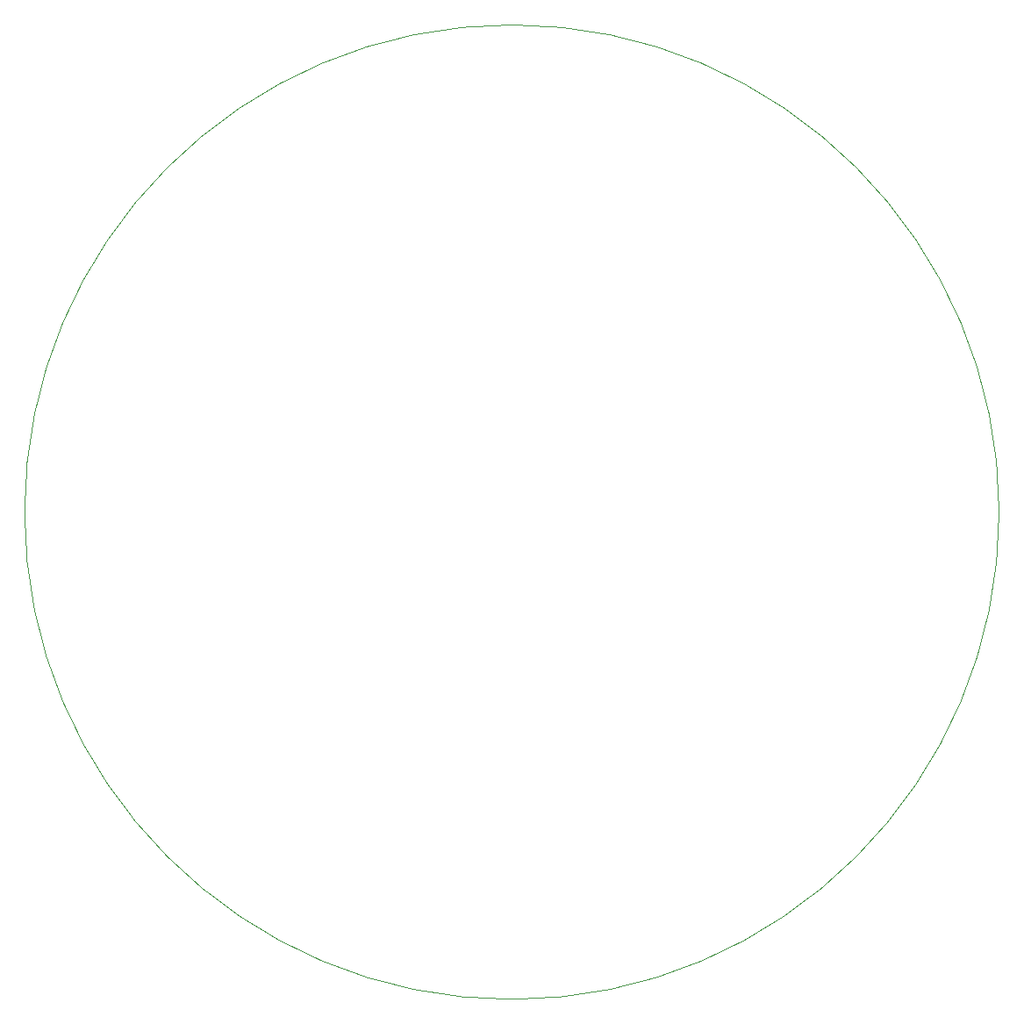
<source format=gm1>
%TF.GenerationSoftware,KiCad,Pcbnew,8.0.7-8.0.7-0~ubuntu22.04.1*%
%TF.CreationDate,2025-04-11T11:52:53+01:00*%
%TF.ProjectId,ratrace_coupler,72617472-6163-4655-9f63-6f75706c6572,rev?*%
%TF.SameCoordinates,Original*%
%TF.FileFunction,Profile,NP*%
%FSLAX46Y46*%
G04 Gerber Fmt 4.6, Leading zero omitted, Abs format (unit mm)*
G04 Created by KiCad (PCBNEW 8.0.7-8.0.7-0~ubuntu22.04.1) date 2025-04-11 11:52:53*
%MOMM*%
%LPD*%
G01*
G04 APERTURE LIST*
%TA.AperFunction,Profile*%
%ADD10C,0.050000*%
%TD*%
G04 APERTURE END LIST*
D10*
X170012871Y-104000000D02*
G75*
G02*
X75987129Y-104000000I-47012871J0D01*
G01*
X75987129Y-104000000D02*
G75*
G02*
X170012871Y-104000000I47012871J0D01*
G01*
M02*

</source>
